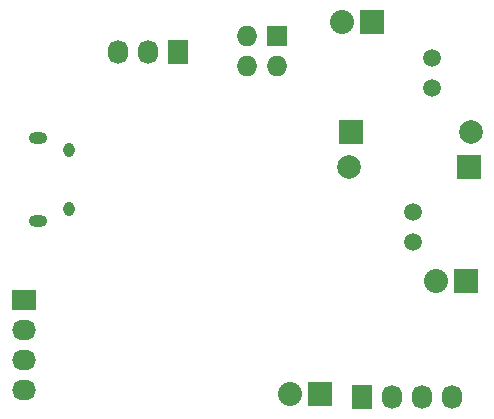
<source format=gbr>
G04 #@! TF.FileFunction,Soldermask,Bot*
%FSLAX46Y46*%
G04 Gerber Fmt 4.6, Leading zero omitted, Abs format (unit mm)*
G04 Created by KiCad (PCBNEW (2015-08-05 BZR 6055, Git fa29c62)-product) date 28/09/2015 12:51:56 PM*
%MOMM*%
G01*
G04 APERTURE LIST*
%ADD10C,0.100000*%
%ADD11C,1.501140*%
%ADD12C,1.998980*%
%ADD13R,1.998980X1.998980*%
%ADD14R,2.032000X1.727200*%
%ADD15O,2.032000X1.727200*%
%ADD16O,0.950000X1.250000*%
%ADD17O,1.550000X1.000000*%
%ADD18R,1.727200X2.032000*%
%ADD19O,1.727200X2.032000*%
%ADD20R,1.727200X1.727200*%
%ADD21O,1.727200X1.727200*%
%ADD22R,2.032000X2.032000*%
%ADD23O,2.032000X2.032000*%
G04 APERTURE END LIST*
D10*
D11*
X70855840Y-128137920D03*
X70855840Y-125597920D03*
X69230240Y-141175740D03*
X69230240Y-138635740D03*
D12*
X63820040Y-134800340D03*
D13*
X73980040Y-134800340D03*
D12*
X74117200Y-131899660D03*
D13*
X63957200Y-131899660D03*
D14*
X36258500Y-146100800D03*
D15*
X36258500Y-148640800D03*
X36258500Y-151180800D03*
X36258500Y-153720800D03*
D16*
X40127360Y-133399260D03*
X40127360Y-138399260D03*
D17*
X37427360Y-132399260D03*
X37427360Y-139399260D03*
D18*
X64861440Y-154310080D03*
D19*
X67401440Y-154310080D03*
X69941440Y-154310080D03*
X72481440Y-154310080D03*
D20*
X57718960Y-123718320D03*
D21*
X57718960Y-126258320D03*
X55178960Y-123718320D03*
X55178960Y-126258320D03*
D18*
X49342040Y-125089920D03*
D19*
X46802040Y-125089920D03*
X44262040Y-125089920D03*
D22*
X61328300Y-154012900D03*
D23*
X58788300Y-154012900D03*
D22*
X73741280Y-144505680D03*
D23*
X71201280Y-144505680D03*
D22*
X65714880Y-122570240D03*
D23*
X63174880Y-122570240D03*
M02*

</source>
